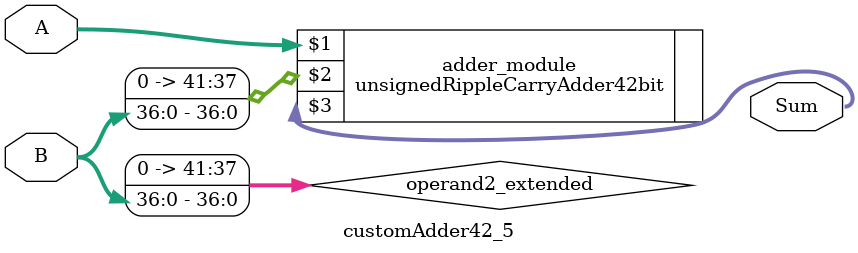
<source format=v>
module customAdder42_5(
                        input [41 : 0] A,
                        input [36 : 0] B,
                        
                        output [42 : 0] Sum
                );

        wire [41 : 0] operand2_extended;
        
        assign operand2_extended =  {5'b0, B};
        
        unsignedRippleCarryAdder42bit adder_module(
            A,
            operand2_extended,
            Sum
        );
        
        endmodule
        
</source>
